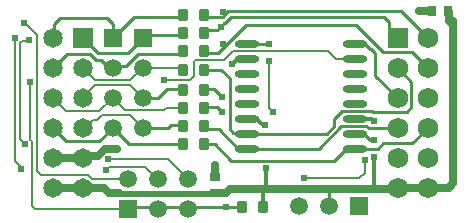
<source format=gtl>
G04*
G04 #@! TF.GenerationSoftware,Altium Limited,Altium Designer,23.3.1 (30)*
G04*
G04 Layer_Physical_Order=1*
G04 Layer_Color=255*
%FSLAX44Y44*%
%MOMM*%
G71*
G04*
G04 #@! TF.SameCoordinates,D8AE08F4-3845-44A1-9C7E-D53955B2364C*
G04*
G04*
G04 #@! TF.FilePolarity,Positive*
G04*
G01*
G75*
%ADD13C,0.2540*%
%ADD15C,0.3048*%
%ADD16C,0.2032*%
%ADD17O,2.1000X0.6000*%
G04:AMPARAMS|DCode=18|XSize=1mm|YSize=0.9mm|CornerRadius=0.1125mm|HoleSize=0mm|Usage=FLASHONLY|Rotation=90.000|XOffset=0mm|YOffset=0mm|HoleType=Round|Shape=RoundedRectangle|*
%AMROUNDEDRECTD18*
21,1,1.0000,0.6750,0,0,90.0*
21,1,0.7750,0.9000,0,0,90.0*
1,1,0.2250,0.3375,0.3875*
1,1,0.2250,0.3375,-0.3875*
1,1,0.2250,-0.3375,-0.3875*
1,1,0.2250,-0.3375,0.3875*
%
%ADD18ROUNDEDRECTD18*%
%ADD19R,0.7500X0.9500*%
%ADD20R,0.9500X0.7500*%
%ADD32C,0.6350*%
%ADD33C,0.5080*%
%ADD34R,1.5000X1.5000*%
%ADD35C,1.5000*%
%ADD36R,1.6510X1.6510*%
%ADD37C,1.6510*%
%ADD38R,1.5000X1.5000*%
%ADD39C,1.7272*%
%ADD40R,1.6764X1.6764*%
%ADD41C,0.6096*%
D13*
X443484Y302006D02*
X530248D01*
X540916Y312674D01*
X429260Y316230D02*
X443484Y302006D01*
X441960Y329184D02*
Y372110D01*
X435102Y378968D02*
X441960Y372110D01*
X419980Y378968D02*
X435102D01*
X431292Y347980D02*
X435502Y343770D01*
X419980Y347980D02*
X431292D01*
X441960Y329184D02*
X445108Y326036D01*
X456916Y401574D02*
X475742D01*
X558421Y331422D02*
X559643Y330200D01*
X584200D01*
X536411Y331422D02*
X558421D01*
X517663Y312674D02*
X536411Y331422D01*
X567436Y312674D02*
X572008Y317246D01*
X548416Y312674D02*
X567436D01*
X456916D02*
X517663D01*
X595884Y347980D02*
Y369316D01*
X584200Y381000D02*
X595884Y369316D01*
X591820Y343916D02*
X595884Y347980D01*
X537464Y344424D02*
X562998D01*
X563506Y343916D01*
X591820D01*
X530733Y337693D02*
X537464Y344424D01*
X530733Y331851D02*
Y337693D01*
X524256Y325374D02*
X530733Y331851D01*
X456916Y325374D02*
X524256D01*
X556757Y401574D02*
X561152Y397179D01*
X548416Y401574D02*
X556757D01*
X561152Y397179D02*
X561671D01*
X565404Y393446D01*
Y374396D02*
Y393446D01*
Y374396D02*
X584200Y355600D01*
X445108Y326036D02*
X456254D01*
X456916Y325374D01*
X449416Y312674D02*
X456916D01*
X433225Y328865D02*
X449416Y312674D01*
X422585Y328865D02*
X433225D01*
X419980Y331470D02*
X422585Y328865D01*
X419980Y316230D02*
X429260D01*
X540916Y312674D02*
X548416D01*
X331343Y318643D02*
X342900Y330200D01*
X292100D02*
X303657Y318643D01*
X331343D01*
X524002Y278130D02*
X525780Y276352D01*
Y264160D02*
Y276352D01*
X432562Y393700D02*
X439928Y401066D01*
X455894Y417032D01*
X436626Y401066D02*
X439928D01*
X434427Y415885D02*
X437642Y419100D01*
X431212Y412670D02*
X434427Y415885D01*
X419980Y424180D02*
X436092D01*
X438505Y426593D02*
X440918Y429006D01*
X436092Y424180D02*
X438505Y426593D01*
X436600Y428498D02*
X438505Y426593D01*
X438196Y419100D02*
X443022Y423926D01*
X572624D01*
X419980Y408940D02*
Y409440D01*
X437642Y419100D02*
X438196D01*
X357124Y263144D02*
X439166D01*
X356870Y316230D02*
X402980D01*
X342900Y330200D02*
X356870Y316230D01*
X304165Y393065D02*
X323651D01*
X329208Y387508D01*
X292100Y381000D02*
X304165Y393065D01*
X339921Y381000D02*
X342900D01*
X333413Y387508D02*
X339921Y381000D01*
X329208Y387508D02*
X333413D01*
X330200Y393700D02*
X355600D01*
X368300Y406400D01*
X317500D02*
X330200Y393700D01*
X368300Y406400D02*
X370840Y408940D01*
X402980D01*
X342900Y381000D02*
X344805Y382905D01*
X354210D01*
X402153Y392873D02*
X402980Y393700D01*
X354210Y382905D02*
X364178Y392873D01*
X402153D01*
X293751Y408051D02*
Y418465D01*
X298704Y423418D01*
X292100Y406400D02*
X293751Y408051D01*
X298704Y423418D02*
X337820D01*
X342900Y418338D01*
Y406400D02*
Y418338D01*
X429006Y363220D02*
X435756Y356470D01*
X419980Y363220D02*
X429006D01*
X439166Y263144D02*
X452900D01*
X355600Y261620D02*
X357124Y263144D01*
X572008Y394208D02*
X594160D01*
X455894Y417032D02*
X549184D01*
X572008Y394208D01*
X594160D02*
X594224Y394272D01*
X596328D02*
X609600Y381000D01*
X594224Y394272D02*
X596328D01*
X572624Y423926D02*
X577088Y419462D01*
X419980Y393700D02*
X432562D01*
X586994Y429006D02*
X609600Y406400D01*
X577088Y413512D02*
X584200Y406400D01*
X577088Y413512D02*
Y419462D01*
X440918Y429006D02*
X586994D01*
X423210Y412670D02*
X431212D01*
X419980Y409440D02*
X423210Y412670D01*
X596646Y317246D02*
X609600Y330200D01*
X572008Y317246D02*
X596646D01*
X389890Y330200D02*
X392430Y332740D01*
X402980D01*
X368300Y330200D02*
X389890D01*
X342900Y406400D02*
X360680Y424180D01*
X402980D01*
X388874Y363220D02*
X402980D01*
X381254Y355600D02*
X388874Y363220D01*
X368300Y355600D02*
X381254D01*
D15*
X564134Y280162D02*
X566166Y278130D01*
X564134Y280162D02*
Y305562D01*
X472694Y281178D02*
X475742Y278130D01*
X472694Y281178D02*
Y295910D01*
X470258Y332232D02*
X471678D01*
X456916Y338074D02*
X464416D01*
X470258Y332232D01*
X469900Y263144D02*
Y278130D01*
X444246Y384048D02*
X449072Y388874D01*
X456916D01*
X562610Y338074D02*
X564388Y336296D01*
X548416Y338074D02*
X562610D01*
X561290Y320040D02*
X563880D01*
X555956Y325374D02*
X561290Y320040D01*
X548416Y325374D02*
X555956D01*
D16*
X556690Y302995D02*
X556768Y302917D01*
Y292354D02*
Y302917D01*
X551942Y287528D02*
X556768Y292354D01*
X504952Y287528D02*
X551942D01*
X475488Y346710D02*
X478790Y343408D01*
X475488Y346710D02*
Y386842D01*
X437214Y387684D02*
X445008Y395478D01*
X525272D01*
X386334Y370586D02*
X386842Y370078D01*
X525272Y395478D02*
X531876Y388874D01*
X548416D01*
X413084Y387684D02*
X437214D01*
X411480Y386080D02*
X413084Y387684D01*
X411480Y373968D02*
Y386080D01*
X408098Y370586D02*
X411480Y373968D01*
X386334Y370586D02*
X408098D01*
X325506Y287020D02*
X355600D01*
X322077Y290449D02*
X325506Y287020D01*
X274574Y264414D02*
X277368Y261620D01*
X355600D01*
X266176Y403590D02*
X271002D01*
X264414Y401828D02*
X266176Y403590D01*
X271002D02*
X271780Y404368D01*
X264414Y320548D02*
Y401828D01*
X268732Y418846D02*
X278892Y408686D01*
X267970Y418846D02*
X268732D01*
X264414Y320548D02*
X268732Y316230D01*
X260350Y301836D02*
Y406014D01*
X260141Y406223D02*
X260350Y406014D01*
X265430Y295656D02*
Y296756D01*
X260350Y301836D02*
X265430Y296756D01*
X273050Y320174D02*
Y368808D01*
X278892Y294052D02*
X282495Y290449D01*
X278892Y294052D02*
Y408686D01*
X273050Y320174D02*
X274574Y318650D01*
Y264414D02*
Y318650D01*
X339090Y303784D02*
X389636D01*
X406400Y287020D01*
X282495Y290449D02*
X322077D01*
X337312Y294386D02*
X340240Y297314D01*
X370706D01*
X381000Y287020D01*
X321310Y330200D02*
Y331463D01*
X357632Y340868D02*
X368300Y330200D01*
X334010Y340868D02*
X357632D01*
X330061Y336919D02*
X334010Y340868D01*
X386454Y345052D02*
X388112Y346710D01*
X342900Y355600D02*
X353448Y345052D01*
X386454D01*
X321310Y331463D02*
X326766Y336919D01*
X330061D01*
X317500Y330200D02*
X321310D01*
X292100Y355600D02*
X303276Y344424D01*
X331724D02*
X342900Y355600D01*
X303276Y344424D02*
X331724D01*
X388112Y346710D02*
X402980D01*
X317500Y355600D02*
X317500D01*
X328048Y366148D02*
X357752D01*
X317500Y355600D02*
X328048Y366148D01*
X357752D02*
X368300Y355600D01*
X357752Y370452D02*
X368300Y381000D01*
X317500D02*
X328048Y370452D01*
X357752D01*
X402218Y381000D02*
X402980Y380238D01*
X368300Y381000D02*
X402218D01*
D17*
X456916Y401574D02*
D03*
Y388874D02*
D03*
Y376174D02*
D03*
Y363474D02*
D03*
Y350774D02*
D03*
Y338074D02*
D03*
Y325374D02*
D03*
Y312674D02*
D03*
X548416Y401574D02*
D03*
Y388874D02*
D03*
Y376174D02*
D03*
Y363474D02*
D03*
Y350774D02*
D03*
Y338074D02*
D03*
Y325374D02*
D03*
Y312674D02*
D03*
D18*
X419980Y425958D02*
D03*
X402980D02*
D03*
X419980Y410718D02*
D03*
X402980D02*
D03*
X419980Y316230D02*
D03*
X402980D02*
D03*
X419980Y331470D02*
D03*
X402980D02*
D03*
X419980Y346710D02*
D03*
X402980D02*
D03*
X419980Y361950D02*
D03*
X402980D02*
D03*
X419980Y395478D02*
D03*
X402980D02*
D03*
X419980Y378968D02*
D03*
X402980D02*
D03*
X469900Y263144D02*
D03*
X452900D02*
D03*
D19*
X613268Y429260D02*
D03*
X627268D02*
D03*
D20*
X429768Y288798D02*
D03*
Y274798D02*
D03*
D32*
X566166Y278130D02*
X582930D01*
X524002D02*
X566166D01*
X475742D02*
X524002D01*
X469900D02*
X475742D01*
X429768Y298450D02*
X430022Y298704D01*
X429768Y288798D02*
Y298450D01*
X442214Y278130D02*
X469900D01*
X429846Y274876D02*
X438960D01*
X442214Y278130D01*
X429768Y274798D02*
X429846Y274876D01*
X582930Y278130D02*
X584200Y279400D01*
X609600D01*
X631190Y417068D02*
Y420370D01*
X627843Y420415D02*
X631190Y417068D01*
X339852Y275336D02*
X348595D01*
X335788Y279400D02*
X339852Y275336D01*
X292100Y279400D02*
X317500D01*
X335788D01*
X292100Y304800D02*
X317500D01*
X336411Y312420D02*
X346456D01*
X317500Y304800D02*
X319444Y306744D01*
X330735D01*
X336411Y312420D01*
X602488Y429260D02*
X613268D01*
X631190Y379730D02*
Y417068D01*
X627843Y420415D02*
Y428685D01*
X627268Y429260D02*
X627843Y428685D01*
X609600Y279400D02*
X627724D01*
X631444Y283120D02*
Y379476D01*
X631190Y379730D02*
X631444Y379476D01*
X627724Y279400D02*
X631444Y283120D01*
D33*
X426332Y274440D02*
X426974Y275082D01*
X350389Y274440D02*
X426332D01*
X349493Y275336D02*
X350389Y274440D01*
X348595Y275336D02*
X349493D01*
D34*
X551180Y264160D02*
D03*
X355600Y261620D02*
D03*
D35*
X525780Y264160D02*
D03*
X500380D02*
D03*
X368300Y381000D02*
D03*
Y355600D02*
D03*
Y330200D02*
D03*
X342900Y381000D02*
D03*
Y355600D02*
D03*
Y330200D02*
D03*
X355600Y287020D02*
D03*
X381000Y261620D02*
D03*
Y287020D02*
D03*
X406400Y261620D02*
D03*
Y287020D02*
D03*
D36*
X317500Y406400D02*
D03*
D37*
Y381000D02*
D03*
Y355600D02*
D03*
Y330200D02*
D03*
Y304800D02*
D03*
Y279400D02*
D03*
X292100Y406400D02*
D03*
Y381000D02*
D03*
Y355600D02*
D03*
Y330200D02*
D03*
Y304800D02*
D03*
Y279400D02*
D03*
D38*
X368300Y406400D02*
D03*
X342900D02*
D03*
D39*
X609600Y279400D02*
D03*
Y304800D02*
D03*
Y330200D02*
D03*
Y355600D02*
D03*
Y381000D02*
D03*
Y406400D02*
D03*
X584200Y279400D02*
D03*
Y304800D02*
D03*
Y330200D02*
D03*
Y355600D02*
D03*
Y381000D02*
D03*
D40*
Y406400D02*
D03*
D41*
X556690Y302995D02*
D03*
X504952Y287528D02*
D03*
X564134Y305562D02*
D03*
X472694Y295910D02*
D03*
X471678Y332232D02*
D03*
X430022Y298704D02*
D03*
X444246Y384048D02*
D03*
X478790Y343408D02*
D03*
X435502Y343770D02*
D03*
X475488Y386842D02*
D03*
X475742Y401574D02*
D03*
X564388Y336296D02*
D03*
X563880Y320040D02*
D03*
X346456Y312420D02*
D03*
X435756Y356470D02*
D03*
X271780Y404368D02*
D03*
X267970Y418846D02*
D03*
X260141Y406223D02*
D03*
X436626Y401066D02*
D03*
X434427Y415885D02*
D03*
X436600Y428498D02*
D03*
X273050Y368808D02*
D03*
X268732Y316230D02*
D03*
X339090Y303784D02*
D03*
X265430Y295656D02*
D03*
X337312Y294386D02*
D03*
X386334Y370586D02*
D03*
X439166Y263144D02*
D03*
X602488Y429260D02*
D03*
X630174Y419354D02*
D03*
M02*

</source>
